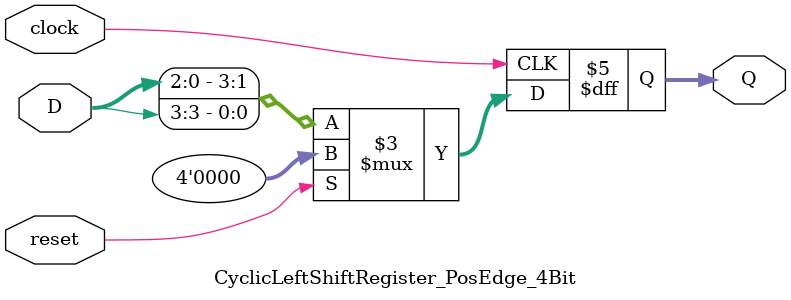
<source format=v>
module CyclicLeftShiftRegister_PosEdge_4Bit (clock, reset, D, Q);
    input clock;
    input reset;
    input [3:0] D;
    output reg [3:0] Q;

    always @(posedge clock)
    begin
        if (reset)
            Q <= 4'b0000;
        else
            Q <= {D[2:0], D[3]};        
    end
endmodule

</source>
